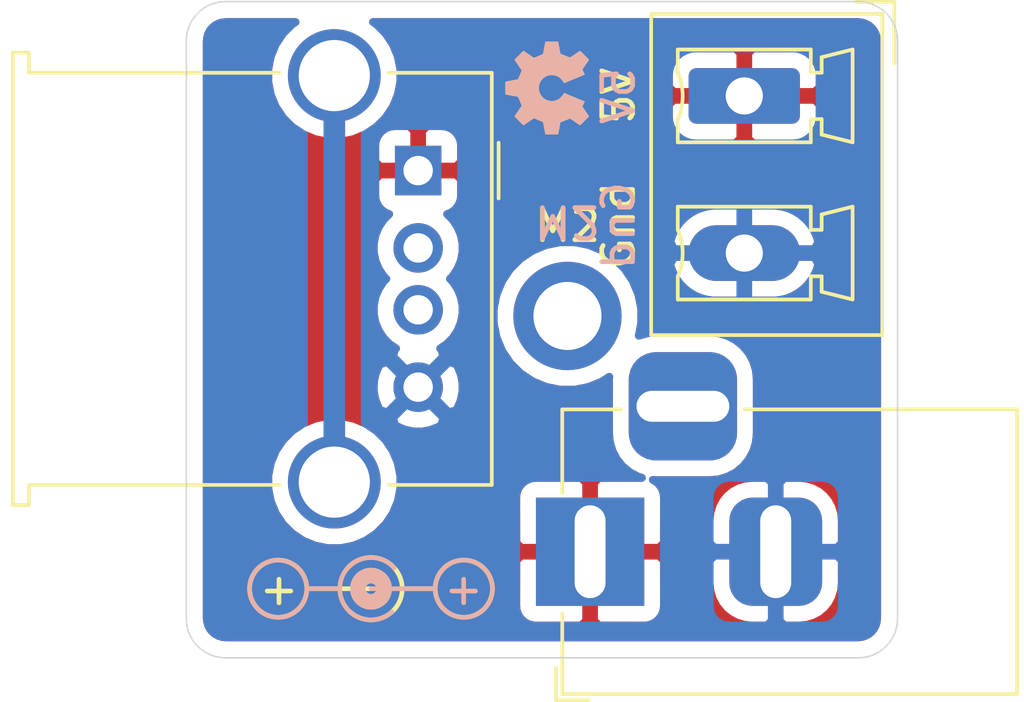
<source format=kicad_pcb>
(kicad_pcb (version 20171130) (host pcbnew 5.1.6+dfsg1-1)

  (general
    (thickness 1.6)
    (drawings 15)
    (tracks 1)
    (zones 0)
    (modules 8)
    (nets 7)
  )

  (page A4)
  (layers
    (0 F.Cu signal)
    (31 B.Cu signal)
    (32 B.Adhes user)
    (33 F.Adhes user)
    (34 B.Paste user)
    (35 F.Paste user)
    (36 B.SilkS user)
    (37 F.SilkS user)
    (38 B.Mask user)
    (39 F.Mask user)
    (40 Dwgs.User user)
    (41 Cmts.User user)
    (42 Eco1.User user)
    (43 Eco2.User user)
    (44 Edge.Cuts user)
    (45 Margin user)
    (46 B.CrtYd user)
    (47 F.CrtYd user)
    (48 B.Fab user hide)
    (49 F.Fab user hide)
  )

  (setup
    (last_trace_width 0.7)
    (user_trace_width 0.5)
    (user_trace_width 0.7)
    (trace_clearance 0.2)
    (zone_clearance 0.508)
    (zone_45_only no)
    (trace_min 0.2)
    (via_size 0.8)
    (via_drill 0.4)
    (via_min_size 0.4)
    (via_min_drill 0.3)
    (uvia_size 0.3)
    (uvia_drill 0.1)
    (uvias_allowed no)
    (uvia_min_size 0.2)
    (uvia_min_drill 0.1)
    (edge_width 0.05)
    (segment_width 0.2)
    (pcb_text_width 0.3)
    (pcb_text_size 1.5 1.5)
    (mod_edge_width 0.12)
    (mod_text_size 1 1)
    (mod_text_width 0.15)
    (pad_size 1.524 1.524)
    (pad_drill 0.762)
    (pad_to_mask_clearance 0.05)
    (aux_axis_origin 0 0)
    (visible_elements FFFFFF7F)
    (pcbplotparams
      (layerselection 0x010fc_ffffffff)
      (usegerberextensions false)
      (usegerberattributes true)
      (usegerberadvancedattributes true)
      (creategerberjobfile true)
      (excludeedgelayer true)
      (linewidth 0.100000)
      (plotframeref false)
      (viasonmask false)
      (mode 1)
      (useauxorigin false)
      (hpglpennumber 1)
      (hpglpenspeed 20)
      (hpglpendiameter 15.000000)
      (psnegative false)
      (psa4output false)
      (plotreference true)
      (plotvalue true)
      (plotinvisibletext false)
      (padsonsilk false)
      (subtractmaskfromsilk false)
      (outputformat 1)
      (mirror false)
      (drillshape 1)
      (scaleselection 1)
      (outputdirectory ""))
  )

  (net 0 "")
  (net 1 "Net-(J1-Pad4)")
  (net 2 "Net-(J1-Pad3)")
  (net 3 "Net-(J1-Pad2)")
  (net 4 "Net-(J1-Pad1)")
  (net 5 "Net-(J1-Pad5)")
  (net 6 "Net-(J3-Pad3)")

  (net_class Default "This is the default net class."
    (clearance 0.2)
    (trace_width 0.25)
    (via_dia 0.8)
    (via_drill 0.4)
    (uvia_dia 0.3)
    (uvia_drill 0.1)
    (add_net "Net-(J1-Pad1)")
    (add_net "Net-(J1-Pad2)")
    (add_net "Net-(J1-Pad3)")
    (add_net "Net-(J1-Pad4)")
    (add_net "Net-(J1-Pad5)")
    (add_net "Net-(J3-Pad3)")
  )

  (module MountingHole:MountingHole_2.2mm_M2_ISO7380_Pad (layer F.Cu) (tedit 56D1B4CB) (tstamp 5F586159)
    (at 112.649 85.979)
    (descr "Mounting Hole 2.2mm, M2, ISO7380")
    (tags "mounting hole 2.2mm m2 iso7380")
    (attr virtual)
    (fp_text reference M2 (at 0 -2.921 180) (layer F.SilkS)
      (effects (font (size 1 1) (thickness 0.15)))
    )
    (fp_text value MountingHole_2.2mm_M2_ISO7380_Pad (at 0 2.75) (layer F.Fab)
      (effects (font (size 1 1) (thickness 0.15)))
    )
    (fp_circle (center 0 0) (end 2 0) (layer F.CrtYd) (width 0.05))
    (fp_circle (center 0 0) (end 1.75 0) (layer Cmts.User) (width 0.15))
    (fp_text user %R (at 0.3 0) (layer F.Fab)
      (effects (font (size 1 1) (thickness 0.15)))
    )
    (pad 1 thru_hole circle (at 0 0) (size 3.5 3.5) (drill 2.2) (layers *.Cu *.Mask))
  )

  (module KiCAD:oshw3mm (layer B.Cu) (tedit 0) (tstamp 5F585DFB)
    (at 112.141 78.613 270)
    (fp_text reference "" (at 0 0 90) (layer B.SilkS)
      (effects (font (size 1.524 1.524) (thickness 0.15)) (justify mirror))
    )
    (fp_text value "" (at 0 0 90) (layer B.SilkS)
      (effects (font (size 1.524 1.524) (thickness 0.15)) (justify mirror))
    )
    (fp_poly (pts (xy 1.483732 0.20925) (xy 1.115386 0.27775) (xy 1.093584 0.29655) (xy 0.980677 0.55996)
      (xy 0.982467 0.58846) (xy 1.197079 0.90126) (xy 1.194729 0.92666) (xy 0.926677 1.19471)
      (xy 0.901245 1.19671) (xy 0.582956 0.97829) (xy 0.554342 0.97629) (xy 0.298994 1.08082)
      (xy 0.280172 1.10242) (xy 0.209254 1.48341) (xy 0.189603 1.49971) (xy -0.18952 1.49971)
      (xy -0.20915 1.48341) (xy -0.28005 1.10242) (xy -0.29887 1.08082) (xy -0.554241 0.97629)
      (xy -0.582851 0.97829) (xy -0.901117 1.19671) (xy -0.926577 1.19471) (xy -1.194652 0.92666)
      (xy -1.197052 0.90126) (xy -0.982417 0.58846) (xy -0.980617 0.55996) (xy -1.093548 0.29655)
      (xy -1.115348 0.27775) (xy -1.48367 0.20925) (xy -1.5 0.18955) (xy -1.499978 -0.18955)
      (xy -1.483648 -0.20925) (xy -1.124355 -0.27615) (xy -1.103025 -0.29505) (xy -0.990856 -0.57525)
      (xy -0.992956 -0.60385) (xy -1.197038 -0.90126) (xy -1.194638 -0.92676) (xy -0.926541 -1.19481)
      (xy -0.901091 -1.19681) (xy -0.608952 -0.9963) (xy -0.580942 -0.99533) (xy -0.452103 -1.06413)
      (xy -0.430933 -1.05613) (xy -0.165278 -0.41424) (xy -0.173078 -0.39024) (xy -0.205318 -0.37054)
      (xy -0.225708 -0.35494) (xy -0.256431 -0.333267) (xy -0.285041 -0.308998) (xy -0.311368 -0.282303)
      (xy -0.335239 -0.253351) (xy -0.356484 -0.222313) (xy -0.37493 -0.189359) (xy -0.390407 -0.154657)
      (xy -0.402743 -0.118379) (xy -0.411766 -0.080693) (xy -0.417306 -0.04177) (xy -0.419191 -0.00178)
      (xy -0.416731 0.043903) (xy -0.40952 0.08816) (xy -0.397815 0.130737) (xy -0.381872 0.171378)
      (xy -0.361947 0.209826) (xy -0.338294 0.245826) (xy -0.311171 0.279122) (xy -0.280833 0.309459)
      (xy -0.247535 0.33658) (xy -0.211535 0.360231) (xy -0.173087 0.380155) (xy -0.132447 0.396097)
      (xy -0.089872 0.4078) (xy -0.045616 0.41501) (xy 0.000063 0.41747) (xy 0.045742 0.41501)
      (xy 0.089996 0.4078) (xy 0.13257 0.396097) (xy 0.173208 0.380155) (xy 0.211654 0.360231)
      (xy 0.247653 0.33658) (xy 0.280948 0.309459) (xy 0.311284 0.279122) (xy 0.338405 0.245826)
      (xy 0.362055 0.209826) (xy 0.381979 0.171378) (xy 0.397921 0.130737) (xy 0.409624 0.08816)
      (xy 0.416834 0.043903) (xy 0.419294 -0.00178) (xy 0.41741 -0.04177) (xy 0.411871 -0.080694)
      (xy 0.402849 -0.11838) (xy 0.390515 -0.15466) (xy 0.37504 -0.189362) (xy 0.356595 -0.222317)
      (xy 0.335352 -0.253356) (xy 0.31148 -0.282307) (xy 0.285152 -0.309002) (xy 0.256539 -0.333269)
      (xy 0.225811 -0.35494) (xy 0.205466 -0.37054) (xy 0.173223 -0.39024) (xy 0.165423 -0.41424)
      (xy 0.431056 -1.05615) (xy 0.45223 -1.06415) (xy 0.581069 -0.99535) (xy 0.609078 -0.99632)
      (xy 0.90124 -1.19684) (xy 0.926672 -1.19484) (xy 1.194769 -0.92679) (xy 1.197119 -0.90129)
      (xy 0.993016 -0.60389) (xy 0.990906 -0.57529) (xy 1.103074 -0.2951) (xy 1.124383 -0.2762)
      (xy 1.483676 -0.2093) (xy 1.50001 -0.1896) (xy 1.500055 0.1895) (xy 1.483765 0.2092)
      (xy 1.483732 0.20925)) (layer B.SilkS) (width 0.000001))
  )

  (module KiCAD:oshw3mm (layer F.Cu) (tedit 0) (tstamp 5F585DF6)
    (at 112.141 78.613 90)
    (fp_text reference "" (at 0 0 90) (layer F.SilkS)
      (effects (font (size 1.524 1.524) (thickness 0.15)))
    )
    (fp_text value "" (at 0 0 90) (layer F.SilkS)
      (effects (font (size 1.524 1.524) (thickness 0.15)))
    )
    (fp_poly (pts (xy 1.483732 -0.20925) (xy 1.115386 -0.27775) (xy 1.093584 -0.29655) (xy 0.980677 -0.55996)
      (xy 0.982467 -0.58846) (xy 1.197079 -0.90126) (xy 1.194729 -0.92666) (xy 0.926677 -1.19471)
      (xy 0.901245 -1.19671) (xy 0.582956 -0.97829) (xy 0.554342 -0.97629) (xy 0.298994 -1.08082)
      (xy 0.280172 -1.10242) (xy 0.209254 -1.48341) (xy 0.189603 -1.49971) (xy -0.18952 -1.49971)
      (xy -0.20915 -1.48341) (xy -0.28005 -1.10242) (xy -0.29887 -1.08082) (xy -0.554241 -0.97629)
      (xy -0.582851 -0.97829) (xy -0.901117 -1.19671) (xy -0.926577 -1.19471) (xy -1.194652 -0.92666)
      (xy -1.197052 -0.90126) (xy -0.982417 -0.58846) (xy -0.980617 -0.55996) (xy -1.093548 -0.29655)
      (xy -1.115348 -0.27775) (xy -1.48367 -0.20925) (xy -1.5 -0.18955) (xy -1.499978 0.18955)
      (xy -1.483648 0.20925) (xy -1.124355 0.27615) (xy -1.103025 0.29505) (xy -0.990856 0.57525)
      (xy -0.992956 0.60385) (xy -1.197038 0.90126) (xy -1.194638 0.92676) (xy -0.926541 1.19481)
      (xy -0.901091 1.19681) (xy -0.608952 0.9963) (xy -0.580942 0.99533) (xy -0.452103 1.06413)
      (xy -0.430933 1.05613) (xy -0.165278 0.41424) (xy -0.173078 0.39024) (xy -0.205318 0.37054)
      (xy -0.225708 0.35494) (xy -0.256431 0.333267) (xy -0.285041 0.308998) (xy -0.311368 0.282303)
      (xy -0.335239 0.253351) (xy -0.356484 0.222313) (xy -0.37493 0.189359) (xy -0.390407 0.154657)
      (xy -0.402743 0.118379) (xy -0.411766 0.080693) (xy -0.417306 0.04177) (xy -0.419191 0.00178)
      (xy -0.416731 -0.043903) (xy -0.40952 -0.08816) (xy -0.397815 -0.130737) (xy -0.381872 -0.171378)
      (xy -0.361947 -0.209826) (xy -0.338294 -0.245826) (xy -0.311171 -0.279122) (xy -0.280833 -0.309459)
      (xy -0.247535 -0.33658) (xy -0.211535 -0.360231) (xy -0.173087 -0.380155) (xy -0.132447 -0.396097)
      (xy -0.089872 -0.4078) (xy -0.045616 -0.41501) (xy 0.000063 -0.41747) (xy 0.045742 -0.41501)
      (xy 0.089996 -0.4078) (xy 0.13257 -0.396097) (xy 0.173208 -0.380155) (xy 0.211654 -0.360231)
      (xy 0.247653 -0.33658) (xy 0.280948 -0.309459) (xy 0.311284 -0.279122) (xy 0.338405 -0.245826)
      (xy 0.362055 -0.209826) (xy 0.381979 -0.171378) (xy 0.397921 -0.130737) (xy 0.409624 -0.08816)
      (xy 0.416834 -0.043903) (xy 0.419294 0.00178) (xy 0.41741 0.04177) (xy 0.411871 0.080694)
      (xy 0.402849 0.11838) (xy 0.390515 0.15466) (xy 0.37504 0.189362) (xy 0.356595 0.222317)
      (xy 0.335352 0.253356) (xy 0.31148 0.282307) (xy 0.285152 0.309002) (xy 0.256539 0.333269)
      (xy 0.225811 0.35494) (xy 0.205466 0.37054) (xy 0.173223 0.39024) (xy 0.165423 0.41424)
      (xy 0.431056 1.05615) (xy 0.45223 1.06415) (xy 0.581069 0.99535) (xy 0.609078 0.99632)
      (xy 0.90124 1.19684) (xy 0.926672 1.19484) (xy 1.194769 0.92679) (xy 1.197119 0.90129)
      (xy 0.993016 0.60389) (xy 0.990906 0.57529) (xy 1.103074 0.2951) (xy 1.124383 0.2762)
      (xy 1.483676 0.2093) (xy 1.50001 0.1896) (xy 1.500055 -0.1895) (xy 1.483765 -0.2092)
      (xy 1.483732 -0.20925)) (layer F.SilkS) (width 0.000001))
  )

  (module Symbol:Symbol_Barrel_Polarity (layer B.Cu) (tedit 5765E9A7) (tstamp 5F585C03)
    (at 106.299 94.869)
    (descr "Barrel connector polarity indicator")
    (tags "barrel polarity")
    (attr virtual)
    (fp_text reference REF** (at 0 2 180) (layer B.SilkS) hide
      (effects (font (size 1 1) (thickness 0.15)) (justify mirror))
    )
    (fp_text value Symbol_Barrel_Polarity (at 0 -2 180) (layer B.Fab)
      (effects (font (size 1 1) (thickness 0.15)) (justify mirror))
    )
    (fp_circle (center 0 -0.075) (end 0 -0.25) (layer B.SilkS) (width 0.5))
    (fp_circle (center 3 -0.075) (end 3 -1) (layer B.SilkS) (width 0.15))
    (fp_circle (center -3 -0.075) (end -3 -1) (layer B.SilkS) (width 0.15))
    (fp_line (start -2 -0.075) (end -1.1 -0.075) (layer B.SilkS) (width 0.15))
    (fp_line (start 0 -0.075) (end 2 -0.075) (layer B.SilkS) (width 0.15))
    (fp_arc (start 0 -0.075) (end 0.75 -0.75) (angle -270) (layer B.SilkS) (width 0.15))
  )

  (module Symbol:Symbol_Barrel_Polarity (layer F.Cu) (tedit 5765E9A7) (tstamp 5F585BF6)
    (at 106.299 94.869 180)
    (descr "Barrel connector polarity indicator")
    (tags "barrel polarity")
    (attr virtual)
    (fp_text reference REF** (at 0 -2) (layer F.SilkS) hide
      (effects (font (size 1 1) (thickness 0.15)))
    )
    (fp_text value Symbol_Barrel_Polarity (at 0 2) (layer F.Fab)
      (effects (font (size 1 1) (thickness 0.15)))
    )
    (fp_arc (start 0 0.075) (end 0.75 0.75) (angle 270) (layer F.SilkS) (width 0.15))
    (fp_line (start 0 0.075) (end 2 0.075) (layer F.SilkS) (width 0.15))
    (fp_line (start -2 0.075) (end -1.1 0.075) (layer F.SilkS) (width 0.15))
    (fp_circle (center -3 0.075) (end -3 1) (layer F.SilkS) (width 0.15))
    (fp_circle (center 3 0.075) (end 3 1) (layer F.SilkS) (width 0.15))
    (fp_circle (center 0 0.075) (end 0 0.25) (layer F.SilkS) (width 0.5))
  )

  (module Connector_BarrelJack:BarrelJack_Horizontal (layer F.Cu) (tedit 5A1DBF6A) (tstamp 5F5852B4)
    (at 113.38 93.599 180)
    (descr "DC Barrel Jack")
    (tags "Power Jack")
    (path /5F59B0AD)
    (fp_text reference J3 (at -6.223 5.588) (layer F.SilkS) hide
      (effects (font (size 1 1) (thickness 0.15)))
    )
    (fp_text value Conn_01x03 (at -6.2 -5.5) (layer F.Fab)
      (effects (font (size 1 1) (thickness 0.15)))
    )
    (fp_text user %R (at -3 -2.95) (layer F.Fab)
      (effects (font (size 1 1) (thickness 0.15)))
    )
    (fp_line (start -0.003213 -4.505425) (end 0.8 -3.75) (layer F.Fab) (width 0.1))
    (fp_line (start 1.1 -3.75) (end 1.1 -4.8) (layer F.SilkS) (width 0.12))
    (fp_line (start 0.05 -4.8) (end 1.1 -4.8) (layer F.SilkS) (width 0.12))
    (fp_line (start 1 -4.5) (end 1 -4.75) (layer F.CrtYd) (width 0.05))
    (fp_line (start 1 -4.75) (end -14 -4.75) (layer F.CrtYd) (width 0.05))
    (fp_line (start 1 -4.5) (end 1 -2) (layer F.CrtYd) (width 0.05))
    (fp_line (start 1 -2) (end 2 -2) (layer F.CrtYd) (width 0.05))
    (fp_line (start 2 -2) (end 2 2) (layer F.CrtYd) (width 0.05))
    (fp_line (start 2 2) (end 1 2) (layer F.CrtYd) (width 0.05))
    (fp_line (start 1 2) (end 1 4.75) (layer F.CrtYd) (width 0.05))
    (fp_line (start 1 4.75) (end -1 4.75) (layer F.CrtYd) (width 0.05))
    (fp_line (start -1 4.75) (end -1 6.75) (layer F.CrtYd) (width 0.05))
    (fp_line (start -1 6.75) (end -5 6.75) (layer F.CrtYd) (width 0.05))
    (fp_line (start -5 6.75) (end -5 4.75) (layer F.CrtYd) (width 0.05))
    (fp_line (start -5 4.75) (end -14 4.75) (layer F.CrtYd) (width 0.05))
    (fp_line (start -14 4.75) (end -14 -4.75) (layer F.CrtYd) (width 0.05))
    (fp_line (start -5 4.6) (end -13.8 4.6) (layer F.SilkS) (width 0.12))
    (fp_line (start -13.8 4.6) (end -13.8 -4.6) (layer F.SilkS) (width 0.12))
    (fp_line (start 0.9 1.9) (end 0.9 4.6) (layer F.SilkS) (width 0.12))
    (fp_line (start 0.9 4.6) (end -1 4.6) (layer F.SilkS) (width 0.12))
    (fp_line (start -13.8 -4.6) (end 0.9 -4.6) (layer F.SilkS) (width 0.12))
    (fp_line (start 0.9 -4.6) (end 0.9 -2) (layer F.SilkS) (width 0.12))
    (fp_line (start -10.2 -4.5) (end -10.2 4.5) (layer F.Fab) (width 0.1))
    (fp_line (start -13.7 -4.5) (end -13.7 4.5) (layer F.Fab) (width 0.1))
    (fp_line (start -13.7 4.5) (end 0.8 4.5) (layer F.Fab) (width 0.1))
    (fp_line (start 0.8 4.5) (end 0.8 -3.75) (layer F.Fab) (width 0.1))
    (fp_line (start 0 -4.5) (end -13.7 -4.5) (layer F.Fab) (width 0.1))
    (pad 3 thru_hole roundrect (at -3 4.7 180) (size 3.5 3.5) (drill oval 3 1) (layers *.Cu *.Mask) (roundrect_rratio 0.25)
      (net 6 "Net-(J3-Pad3)"))
    (pad 2 thru_hole roundrect (at -6 0 180) (size 3 3.5) (drill oval 1 3) (layers *.Cu *.Mask) (roundrect_rratio 0.25)
      (net 1 "Net-(J1-Pad4)"))
    (pad 1 thru_hole rect (at 0 0 180) (size 3.5 3.5) (drill oval 1 3) (layers *.Cu *.Mask)
      (net 4 "Net-(J1-Pad1)"))
    (model ${KISYS3DMOD}/Connector_BarrelJack.3dshapes/BarrelJack_Horizontal.wrl
      (at (xyz 0 0 0))
      (scale (xyz 1 1 1))
      (rotate (xyz 0 0 0))
    )
  )

  (module Connector_Phoenix_MC_HighVoltage:PhoenixContact_MCV_1,5_2-G-5.08_1x02_P5.08mm_Vertical (layer F.Cu) (tedit 5B784ED3) (tstamp 5F585291)
    (at 118.364 78.867 270)
    (descr "Generic Phoenix Contact connector footprint for: MCV_1,5/2-G-5.08; number of pins: 02; pin pitch: 5.08mm; Vertical || order number: 1836299 8A 320V")
    (tags "phoenix_contact connector MCV_01x02_G_5.08mm")
    (path /5F59A2B2)
    (fp_text reference J2 (at 2.54 -5.55 90) (layer F.SilkS) hide
      (effects (font (size 1 1) (thickness 0.15)))
    )
    (fp_text value Conn_01x02 (at 2.54 4.1 90) (layer F.Fab)
      (effects (font (size 1 1) (thickness 0.15)))
    )
    (fp_text user %R (at 2.54 -3.65 90) (layer F.Fab)
      (effects (font (size 1 1) (thickness 0.15)))
    )
    (fp_arc (start 5.08 3.85) (end 4.33 2.15) (angle 47.6) (layer F.SilkS) (width 0.12))
    (fp_arc (start 0 3.85) (end -0.75 2.15) (angle 47.6) (layer F.SilkS) (width 0.12))
    (fp_line (start -2.65 -4.46) (end -2.65 3.01) (layer F.SilkS) (width 0.12))
    (fp_line (start -2.65 3.01) (end 7.73 3.01) (layer F.SilkS) (width 0.12))
    (fp_line (start 7.73 3.01) (end 7.73 -4.46) (layer F.SilkS) (width 0.12))
    (fp_line (start 7.73 -4.46) (end -2.65 -4.46) (layer F.SilkS) (width 0.12))
    (fp_line (start -2.54 -4.35) (end -2.54 2.9) (layer F.Fab) (width 0.1))
    (fp_line (start -2.54 2.9) (end 7.62 2.9) (layer F.Fab) (width 0.1))
    (fp_line (start 7.62 2.9) (end 7.62 -4.35) (layer F.Fab) (width 0.1))
    (fp_line (start 7.62 -4.35) (end -2.54 -4.35) (layer F.Fab) (width 0.1))
    (fp_line (start -0.75 2.15) (end -1.5 2.15) (layer F.SilkS) (width 0.12))
    (fp_line (start -1.5 2.15) (end -1.5 -2.15) (layer F.SilkS) (width 0.12))
    (fp_line (start -1.5 -2.15) (end -0.75 -2.15) (layer F.SilkS) (width 0.12))
    (fp_line (start -0.75 -2.15) (end -0.75 -2.5) (layer F.SilkS) (width 0.12))
    (fp_line (start -0.75 -2.5) (end -1.25 -2.5) (layer F.SilkS) (width 0.12))
    (fp_line (start -1.25 -2.5) (end -1.5 -3.5) (layer F.SilkS) (width 0.12))
    (fp_line (start -1.5 -3.5) (end 1.5 -3.5) (layer F.SilkS) (width 0.12))
    (fp_line (start 1.5 -3.5) (end 1.25 -2.5) (layer F.SilkS) (width 0.12))
    (fp_line (start 1.25 -2.5) (end 0.75 -2.5) (layer F.SilkS) (width 0.12))
    (fp_line (start 0.75 -2.5) (end 0.75 -2.15) (layer F.SilkS) (width 0.12))
    (fp_line (start 0.75 -2.15) (end 1.5 -2.15) (layer F.SilkS) (width 0.12))
    (fp_line (start 1.5 -2.15) (end 1.5 2.15) (layer F.SilkS) (width 0.12))
    (fp_line (start 1.5 2.15) (end 0.75 2.15) (layer F.SilkS) (width 0.12))
    (fp_line (start 4.33 2.15) (end 3.58 2.15) (layer F.SilkS) (width 0.12))
    (fp_line (start 3.58 2.15) (end 3.58 -2.15) (layer F.SilkS) (width 0.12))
    (fp_line (start 3.58 -2.15) (end 4.33 -2.15) (layer F.SilkS) (width 0.12))
    (fp_line (start 4.33 -2.15) (end 4.33 -2.5) (layer F.SilkS) (width 0.12))
    (fp_line (start 4.33 -2.5) (end 3.83 -2.5) (layer F.SilkS) (width 0.12))
    (fp_line (start 3.83 -2.5) (end 3.58 -3.5) (layer F.SilkS) (width 0.12))
    (fp_line (start 3.58 -3.5) (end 6.58 -3.5) (layer F.SilkS) (width 0.12))
    (fp_line (start 6.58 -3.5) (end 6.33 -2.5) (layer F.SilkS) (width 0.12))
    (fp_line (start 6.33 -2.5) (end 5.83 -2.5) (layer F.SilkS) (width 0.12))
    (fp_line (start 5.83 -2.5) (end 5.83 -2.15) (layer F.SilkS) (width 0.12))
    (fp_line (start 5.83 -2.15) (end 6.58 -2.15) (layer F.SilkS) (width 0.12))
    (fp_line (start 6.58 -2.15) (end 6.58 2.15) (layer F.SilkS) (width 0.12))
    (fp_line (start 6.58 2.15) (end 5.83 2.15) (layer F.SilkS) (width 0.12))
    (fp_line (start -3.04 -4.85) (end -3.04 3.4) (layer F.CrtYd) (width 0.05))
    (fp_line (start -3.04 3.4) (end 8.12 3.4) (layer F.CrtYd) (width 0.05))
    (fp_line (start 8.12 3.4) (end 8.12 -4.85) (layer F.CrtYd) (width 0.05))
    (fp_line (start 8.12 -4.85) (end -3.04 -4.85) (layer F.CrtYd) (width 0.05))
    (fp_line (start -3.04 -3.6) (end -3.04 -4.85) (layer F.SilkS) (width 0.12))
    (fp_line (start -3.04 -4.85) (end -1.04 -4.85) (layer F.SilkS) (width 0.12))
    (fp_line (start -3.04 -3.6) (end -3.04 -4.85) (layer F.Fab) (width 0.1))
    (fp_line (start -3.04 -4.85) (end -1.04 -4.85) (layer F.Fab) (width 0.1))
    (pad 2 thru_hole oval (at 5.08 0 270) (size 1.8 3.6) (drill 1.2) (layers *.Cu *.Mask)
      (net 1 "Net-(J1-Pad4)"))
    (pad 1 thru_hole roundrect (at 0 0 270) (size 1.8 3.6) (drill 1.2) (layers *.Cu *.Mask) (roundrect_rratio 0.138889)
      (net 4 "Net-(J1-Pad1)"))
    (model ${KISYS3DMOD}/Connector_Phoenix_MC_HighVoltage.3dshapes/PhoenixContact_MCV_1,5_2-G-5.08_1x02_P5.08mm_Vertical.wrl
      (at (xyz 0 0 0))
      (scale (xyz 1 1 1))
      (rotate (xyz 0 0 0))
    )
  )

  (module Connector_USB:USB_A_Molex_67643_Horizontal (layer F.Cu) (tedit 5EA03975) (tstamp 5F58525E)
    (at 107.823 81.28 270)
    (descr "USB type A, Horizontal, https://www.molex.com/pdm_docs/sd/676433910_sd.pdf")
    (tags "USB_A Female Connector receptacle")
    (path /5F598CEF)
    (fp_text reference J1 (at 11.557 0 180) (layer F.SilkS) hide
      (effects (font (size 1 1) (thickness 0.15)))
    )
    (fp_text value USB_A (at 3.5 14.5 90) (layer F.Fab)
      (effects (font (size 1 1) (thickness 0.15)))
    )
    (fp_arc (start 10.07 2.71) (end 10.55 4.66) (angle -152.3426981) (layer F.CrtYd) (width 0.05))
    (fp_arc (start -3.07 2.71) (end -3.55 0.76) (angle -152.3426981) (layer F.CrtYd) (width 0.05))
    (fp_text user %R (at 3.5 3.7 90) (layer F.Fab)
      (effects (font (size 1 1) (thickness 0.15)))
    )
    (fp_line (start -3.05 -2.27) (end 10.05 -2.27) (layer F.Fab) (width 0.1))
    (fp_line (start 10.05 -2.27) (end 10.05 12.69) (layer F.Fab) (width 0.1))
    (fp_line (start -3.16 12.58) (end -3.16 4.47) (layer F.SilkS) (width 0.12))
    (fp_line (start -3.16 12.58) (end -3.81 12.58) (layer F.SilkS) (width 0.12))
    (fp_line (start -3.7 12.69) (end -3.7 12.99) (layer F.Fab) (width 0.1))
    (fp_line (start -3.7 12.99) (end 10.7 12.99) (layer F.Fab) (width 0.1))
    (fp_line (start 10.7 12.99) (end 10.7 12.69) (layer F.Fab) (width 0.1))
    (fp_line (start 10.7 12.69) (end 10.05 12.69) (layer F.Fab) (width 0.1))
    (fp_line (start -3.05 9.27) (end 10.05 9.27) (layer F.Fab) (width 0.1))
    (fp_line (start -3.55 -2.77) (end 10.55 -2.77) (layer F.CrtYd) (width 0.05))
    (fp_line (start 10.55 -2.77) (end 10.55 0.76) (layer F.CrtYd) (width 0.05))
    (fp_line (start -3.55 -2.77) (end -3.55 0.76) (layer F.CrtYd) (width 0.05))
    (fp_line (start -4.2 13.49) (end 11.2 13.49) (layer F.CrtYd) (width 0.05))
    (fp_line (start 11.2 13.49) (end 11.2 12.19) (layer F.CrtYd) (width 0.05))
    (fp_line (start 11.2 12.19) (end 10.55 12.19) (layer F.CrtYd) (width 0.05))
    (fp_line (start 10.55 12.19) (end 10.55 4.66) (layer F.CrtYd) (width 0.05))
    (fp_line (start -4.2 13.49) (end -4.2 12.19) (layer F.CrtYd) (width 0.05))
    (fp_line (start -4.2 12.19) (end -3.55 12.19) (layer F.CrtYd) (width 0.05))
    (fp_line (start -3.55 12.19) (end -3.55 4.66) (layer F.CrtYd) (width 0.05))
    (fp_line (start -3.16 -2.38) (end 10.16 -2.38) (layer F.SilkS) (width 0.12))
    (fp_line (start -3.16 -2.38) (end -3.16 0.95) (layer F.SilkS) (width 0.12))
    (fp_line (start 10.16 -2.38) (end 10.16 0.95) (layer F.SilkS) (width 0.12))
    (fp_line (start -3.05 12.69) (end -3.05 -2.27) (layer F.Fab) (width 0.1))
    (fp_line (start 10.81 13.1) (end 10.81 12.58) (layer F.SilkS) (width 0.12))
    (fp_line (start -3.81 13.1) (end 10.81 13.1) (layer F.SilkS) (width 0.12))
    (fp_line (start 10.16 4.47) (end 10.16 12.58) (layer F.SilkS) (width 0.12))
    (fp_line (start -3.81 12.58) (end -3.81 13.1) (layer F.SilkS) (width 0.12))
    (fp_line (start 10.81 12.58) (end 10.16 12.58) (layer F.SilkS) (width 0.12))
    (fp_line (start -3.05 12.69) (end -3.7 12.69) (layer F.Fab) (width 0.1))
    (fp_line (start -0.9 -2.6) (end 0.9 -2.6) (layer F.SilkS) (width 0.12))
    (fp_line (start -1 -2.27) (end 0 -1.27) (layer F.Fab) (width 0.1))
    (fp_line (start 0 -1.27) (end 1 -2.27) (layer F.Fab) (width 0.1))
    (pad 4 thru_hole circle (at 7 0 270) (size 1.6 1.6) (drill 0.95) (layers *.Cu *.Mask)
      (net 1 "Net-(J1-Pad4)"))
    (pad 3 thru_hole circle (at 4.5 0 270) (size 1.6 1.6) (drill 0.95) (layers *.Cu *.Mask)
      (net 2 "Net-(J1-Pad3)"))
    (pad 2 thru_hole circle (at 2.5 0 270) (size 1.6 1.6) (drill 0.95) (layers *.Cu *.Mask)
      (net 3 "Net-(J1-Pad2)"))
    (pad 1 thru_hole rect (at 0 0 270) (size 1.6 1.5) (drill 0.95) (layers *.Cu *.Mask)
      (net 4 "Net-(J1-Pad1)"))
    (pad 5 thru_hole circle (at 10.07 2.71 270) (size 3 3) (drill 2.3) (layers *.Cu *.Mask)
      (net 5 "Net-(J1-Pad5)"))
    (pad 5 thru_hole circle (at -3.07 2.71 270) (size 3 3) (drill 2.3) (layers *.Cu *.Mask)
      (net 5 "Net-(J1-Pad5)"))
    (model ${KISYS3DMOD}/Connector_USB.3dshapes/USB_A_Molex_67643_Horizontal.wrl
      (at (xyz 0 0 0))
      (scale (xyz 1 1 1))
      (rotate (xyz 0 0 0))
    )
  )

  (gr_text "M2\n" (at 112.649 82.931 180) (layer B.SilkS)
    (effects (font (size 1 1) (thickness 0.15)) (justify mirror))
  )
  (gr_text + (at 103.251 94.869 90) (layer F.SilkS) (tstamp 5F585C21)
    (effects (font (size 1 1) (thickness 0.15)))
  )
  (gr_text + (at 109.22 94.869 90) (layer B.SilkS)
    (effects (font (size 1 1) (thickness 0.15)) (justify mirror))
  )
  (gr_text "5V\n" (at 114.3 78.867 90) (layer B.SilkS) (tstamp 5F585894)
    (effects (font (size 1 1) (thickness 0.15)) (justify mirror))
  )
  (gr_text Gnd (at 114.3 83.058 90) (layer F.SilkS) (tstamp 5F585890)
    (effects (font (size 1 1) (thickness 0.15)))
  )
  (gr_text Gnd (at 114.3 83.058 90) (layer B.SilkS)
    (effects (font (size 1 1) (thickness 0.15)) (justify mirror))
  )
  (gr_text "5V\n" (at 114.3 78.867 90) (layer F.SilkS)
    (effects (font (size 1 1) (thickness 0.15)))
  )
  (gr_arc (start 101.6 95.758) (end 100.33 95.758) (angle -90) (layer Edge.Cuts) (width 0.05) (tstamp 5F58583E))
  (gr_arc (start 122.047 77.089) (end 123.317 77.089) (angle -90) (layer Edge.Cuts) (width 0.05) (tstamp 5F585832))
  (gr_arc (start 122.047 95.758) (end 122.047 97.028) (angle -90) (layer Edge.Cuts) (width 0.05) (tstamp 5F58582E))
  (gr_arc (start 101.6 77.089) (end 101.6 75.819) (angle -90) (layer Edge.Cuts) (width 0.05))
  (gr_line (start 100.33 95.758) (end 100.33 77.089) (layer Edge.Cuts) (width 0.05) (tstamp 5F585829))
  (gr_line (start 122.047 97.028) (end 101.6 97.028) (layer Edge.Cuts) (width 0.05))
  (gr_line (start 123.317 77.089) (end 123.317 95.758) (layer Edge.Cuts) (width 0.05))
  (gr_line (start 101.6 75.819) (end 122.047 75.819) (layer Edge.Cuts) (width 0.05))

  (segment (start 105.113 78.21) (end 105.113 91.35) (width 0.7) (layer B.Cu) (net 5))

  (zone (net 1) (net_name "Net-(J1-Pad4)") (layer B.Cu) (tstamp 0) (hatch edge 0.508)
    (connect_pads (clearance 0.508))
    (min_thickness 0.254)
    (fill yes (arc_segments 32) (thermal_gap 0.508) (thermal_bridge_width 0.508))
    (polygon
      (pts
        (xy 123.317 97.028) (xy 100.33 97.028) (xy 100.33 75.819) (xy 123.317 75.819)
      )
    )
    (filled_polygon
      (pts
        (xy 103.752017 76.551637) (xy 103.454637 76.849017) (xy 103.220988 77.198698) (xy 103.060047 77.587244) (xy 102.978 77.999721)
        (xy 102.978 78.420279) (xy 103.060047 78.832756) (xy 103.220988 79.221302) (xy 103.454637 79.570983) (xy 103.752017 79.868363)
        (xy 104.101698 80.102012) (xy 104.128 80.112907) (xy 104.128001 89.447093) (xy 104.101698 89.457988) (xy 103.752017 89.691637)
        (xy 103.454637 89.989017) (xy 103.220988 90.338698) (xy 103.060047 90.727244) (xy 102.978 91.139721) (xy 102.978 91.560279)
        (xy 103.060047 91.972756) (xy 103.220988 92.361302) (xy 103.454637 92.710983) (xy 103.752017 93.008363) (xy 104.101698 93.242012)
        (xy 104.490244 93.402953) (xy 104.902721 93.485) (xy 105.323279 93.485) (xy 105.735756 93.402953) (xy 106.124302 93.242012)
        (xy 106.473983 93.008363) (xy 106.771363 92.710983) (xy 107.005012 92.361302) (xy 107.165953 91.972756) (xy 107.248 91.560279)
        (xy 107.248 91.139721) (xy 107.165953 90.727244) (xy 107.005012 90.338698) (xy 106.771363 89.989017) (xy 106.473983 89.691637)
        (xy 106.124302 89.457988) (xy 106.098 89.447093) (xy 106.098 89.272702) (xy 107.009903 89.272702) (xy 107.081486 89.516671)
        (xy 107.336996 89.637571) (xy 107.611184 89.7063) (xy 107.893512 89.720217) (xy 108.17313 89.678787) (xy 108.439292 89.583603)
        (xy 108.564514 89.516671) (xy 108.636097 89.272702) (xy 107.823 88.459605) (xy 107.009903 89.272702) (xy 106.098 89.272702)
        (xy 106.098 88.350512) (xy 106.382783 88.350512) (xy 106.424213 88.63013) (xy 106.519397 88.896292) (xy 106.586329 89.021514)
        (xy 106.830298 89.093097) (xy 107.643395 88.28) (xy 108.002605 88.28) (xy 108.815702 89.093097) (xy 109.059671 89.021514)
        (xy 109.180571 88.766004) (xy 109.2493 88.491816) (xy 109.263217 88.209488) (xy 109.221787 87.92987) (xy 109.126603 87.663708)
        (xy 109.059671 87.538486) (xy 108.815702 87.466903) (xy 108.002605 88.28) (xy 107.643395 88.28) (xy 106.830298 87.466903)
        (xy 106.586329 87.538486) (xy 106.465429 87.793996) (xy 106.3967 88.068184) (xy 106.382783 88.350512) (xy 106.098 88.350512)
        (xy 106.098 83.638665) (xy 106.388 83.638665) (xy 106.388 83.921335) (xy 106.443147 84.198574) (xy 106.55132 84.459727)
        (xy 106.708363 84.694759) (xy 106.793604 84.78) (xy 106.708363 84.865241) (xy 106.55132 85.100273) (xy 106.443147 85.361426)
        (xy 106.388 85.638665) (xy 106.388 85.921335) (xy 106.443147 86.198574) (xy 106.55132 86.459727) (xy 106.708363 86.694759)
        (xy 106.908241 86.894637) (xy 107.108869 87.028692) (xy 107.081486 87.043329) (xy 107.009903 87.287298) (xy 107.823 88.100395)
        (xy 108.636097 87.287298) (xy 108.564514 87.043329) (xy 108.535659 87.029676) (xy 108.737759 86.894637) (xy 108.937637 86.694759)
        (xy 109.09468 86.459727) (xy 109.202853 86.198574) (xy 109.258 85.921335) (xy 109.258 85.744098) (xy 110.264 85.744098)
        (xy 110.264 86.213902) (xy 110.355654 86.674679) (xy 110.53544 87.108721) (xy 110.79645 87.499349) (xy 111.128651 87.83155)
        (xy 111.519279 88.09256) (xy 111.953321 88.272346) (xy 112.414098 88.364) (xy 112.883902 88.364) (xy 113.344679 88.272346)
        (xy 113.778721 88.09256) (xy 113.999719 87.944893) (xy 113.991928 88.024) (xy 113.991928 89.774) (xy 114.021001 90.069186)
        (xy 114.107104 90.353028) (xy 114.246927 90.614618) (xy 114.435097 90.843903) (xy 114.664382 91.032073) (xy 114.925972 91.171896)
        (xy 115.054643 91.210928) (xy 111.63 91.210928) (xy 111.505518 91.223188) (xy 111.38582 91.259498) (xy 111.275506 91.318463)
        (xy 111.178815 91.397815) (xy 111.099463 91.494506) (xy 111.040498 91.60482) (xy 111.004188 91.724518) (xy 110.991928 91.849)
        (xy 110.991928 95.349) (xy 111.004188 95.473482) (xy 111.040498 95.59318) (xy 111.099463 95.703494) (xy 111.178815 95.800185)
        (xy 111.275506 95.879537) (xy 111.38582 95.938502) (xy 111.505518 95.974812) (xy 111.63 95.987072) (xy 115.13 95.987072)
        (xy 115.254482 95.974812) (xy 115.37418 95.938502) (xy 115.484494 95.879537) (xy 115.581185 95.800185) (xy 115.660537 95.703494)
        (xy 115.719502 95.59318) (xy 115.755812 95.473482) (xy 115.768072 95.349) (xy 117.241928 95.349) (xy 117.254188 95.473482)
        (xy 117.290498 95.59318) (xy 117.349463 95.703494) (xy 117.428815 95.800185) (xy 117.525506 95.879537) (xy 117.63582 95.938502)
        (xy 117.755518 95.974812) (xy 117.88 95.987072) (xy 119.09425 95.984) (xy 119.253 95.82525) (xy 119.253 93.726)
        (xy 119.507 93.726) (xy 119.507 95.82525) (xy 119.66575 95.984) (xy 120.88 95.987072) (xy 121.004482 95.974812)
        (xy 121.12418 95.938502) (xy 121.234494 95.879537) (xy 121.331185 95.800185) (xy 121.410537 95.703494) (xy 121.469502 95.59318)
        (xy 121.505812 95.473482) (xy 121.518072 95.349) (xy 121.515 93.88475) (xy 121.35625 93.726) (xy 119.507 93.726)
        (xy 119.253 93.726) (xy 117.40375 93.726) (xy 117.245 93.88475) (xy 117.241928 95.349) (xy 115.768072 95.349)
        (xy 115.768072 91.849) (xy 117.241928 91.849) (xy 117.245 93.31325) (xy 117.40375 93.472) (xy 119.253 93.472)
        (xy 119.253 91.37275) (xy 119.507 91.37275) (xy 119.507 93.472) (xy 121.35625 93.472) (xy 121.515 93.31325)
        (xy 121.518072 91.849) (xy 121.505812 91.724518) (xy 121.469502 91.60482) (xy 121.410537 91.494506) (xy 121.331185 91.397815)
        (xy 121.234494 91.318463) (xy 121.12418 91.259498) (xy 121.004482 91.223188) (xy 120.88 91.210928) (xy 119.66575 91.214)
        (xy 119.507 91.37275) (xy 119.253 91.37275) (xy 119.09425 91.214) (xy 117.88 91.210928) (xy 117.755518 91.223188)
        (xy 117.63582 91.259498) (xy 117.525506 91.318463) (xy 117.428815 91.397815) (xy 117.349463 91.494506) (xy 117.290498 91.60482)
        (xy 117.254188 91.724518) (xy 117.241928 91.849) (xy 115.768072 91.849) (xy 115.755812 91.724518) (xy 115.719502 91.60482)
        (xy 115.660537 91.494506) (xy 115.581185 91.397815) (xy 115.484494 91.318463) (xy 115.407869 91.277506) (xy 115.505 91.287072)
        (xy 117.255 91.287072) (xy 117.550186 91.257999) (xy 117.834028 91.171896) (xy 118.095618 91.032073) (xy 118.324903 90.843903)
        (xy 118.513073 90.614618) (xy 118.652896 90.353028) (xy 118.738999 90.069186) (xy 118.768072 89.774) (xy 118.768072 88.024)
        (xy 118.738999 87.728814) (xy 118.652896 87.444972) (xy 118.513073 87.183382) (xy 118.324903 86.954097) (xy 118.095618 86.765927)
        (xy 117.834028 86.626104) (xy 117.550186 86.540001) (xy 117.255 86.510928) (xy 115.505 86.510928) (xy 115.209814 86.540001)
        (xy 114.95368 86.617699) (xy 115.034 86.213902) (xy 115.034 85.744098) (xy 114.942346 85.283321) (xy 114.76256 84.849279)
        (xy 114.50155 84.458651) (xy 114.354639 84.31174) (xy 115.972964 84.31174) (xy 115.997245 84.417087) (xy 116.117138 84.694204)
        (xy 116.28879 84.942606) (xy 116.505604 85.152748) (xy 116.759249 85.316554) (xy 117.039977 85.427729) (xy 117.337 85.482)
        (xy 118.237 85.482) (xy 118.237 84.074) (xy 118.491 84.074) (xy 118.491 85.482) (xy 119.391 85.482)
        (xy 119.688023 85.427729) (xy 119.968751 85.316554) (xy 120.222396 85.152748) (xy 120.43921 84.942606) (xy 120.610862 84.694204)
        (xy 120.730755 84.417087) (xy 120.755036 84.31174) (xy 120.634378 84.074) (xy 118.491 84.074) (xy 118.237 84.074)
        (xy 116.093622 84.074) (xy 115.972964 84.31174) (xy 114.354639 84.31174) (xy 114.169349 84.12645) (xy 113.778721 83.86544)
        (xy 113.344679 83.685654) (xy 112.883902 83.594) (xy 112.414098 83.594) (xy 111.953321 83.685654) (xy 111.519279 83.86544)
        (xy 111.128651 84.12645) (xy 110.79645 84.458651) (xy 110.53544 84.849279) (xy 110.355654 85.283321) (xy 110.264 85.744098)
        (xy 109.258 85.744098) (xy 109.258 85.638665) (xy 109.202853 85.361426) (xy 109.09468 85.100273) (xy 108.937637 84.865241)
        (xy 108.852396 84.78) (xy 108.937637 84.694759) (xy 109.09468 84.459727) (xy 109.202853 84.198574) (xy 109.258 83.921335)
        (xy 109.258 83.638665) (xy 109.246781 83.58226) (xy 115.972964 83.58226) (xy 116.093622 83.82) (xy 118.237 83.82)
        (xy 118.237 82.412) (xy 118.491 82.412) (xy 118.491 83.82) (xy 120.634378 83.82) (xy 120.755036 83.58226)
        (xy 120.730755 83.476913) (xy 120.610862 83.199796) (xy 120.43921 82.951394) (xy 120.222396 82.741252) (xy 119.968751 82.577446)
        (xy 119.688023 82.466271) (xy 119.391 82.412) (xy 118.491 82.412) (xy 118.237 82.412) (xy 117.337 82.412)
        (xy 117.039977 82.466271) (xy 116.759249 82.577446) (xy 116.505604 82.741252) (xy 116.28879 82.951394) (xy 116.117138 83.199796)
        (xy 115.997245 83.476913) (xy 115.972964 83.58226) (xy 109.246781 83.58226) (xy 109.202853 83.361426) (xy 109.09468 83.100273)
        (xy 108.937637 82.865241) (xy 108.759419 82.687023) (xy 108.81718 82.669502) (xy 108.927494 82.610537) (xy 109.024185 82.531185)
        (xy 109.103537 82.434494) (xy 109.162502 82.32418) (xy 109.198812 82.204482) (xy 109.211072 82.08) (xy 109.211072 80.48)
        (xy 109.198812 80.355518) (xy 109.162502 80.23582) (xy 109.103537 80.125506) (xy 109.024185 80.028815) (xy 108.927494 79.949463)
        (xy 108.81718 79.890498) (xy 108.697482 79.854188) (xy 108.573 79.841928) (xy 107.073 79.841928) (xy 106.948518 79.854188)
        (xy 106.82882 79.890498) (xy 106.718506 79.949463) (xy 106.621815 80.028815) (xy 106.542463 80.125506) (xy 106.483498 80.23582)
        (xy 106.447188 80.355518) (xy 106.434928 80.48) (xy 106.434928 82.08) (xy 106.447188 82.204482) (xy 106.483498 82.32418)
        (xy 106.542463 82.434494) (xy 106.621815 82.531185) (xy 106.718506 82.610537) (xy 106.82882 82.669502) (xy 106.886581 82.687023)
        (xy 106.708363 82.865241) (xy 106.55132 83.100273) (xy 106.443147 83.361426) (xy 106.388 83.638665) (xy 106.098 83.638665)
        (xy 106.098 80.112907) (xy 106.124302 80.102012) (xy 106.473983 79.868363) (xy 106.771363 79.570983) (xy 107.005012 79.221302)
        (xy 107.165953 78.832756) (xy 107.248 78.420279) (xy 107.248 78.217) (xy 115.925928 78.217) (xy 115.925928 79.517)
        (xy 115.942992 79.690254) (xy 115.993528 79.85685) (xy 116.075595 80.010386) (xy 116.186038 80.144962) (xy 116.320614 80.255405)
        (xy 116.47415 80.337472) (xy 116.640746 80.388008) (xy 116.814 80.405072) (xy 119.914 80.405072) (xy 120.087254 80.388008)
        (xy 120.25385 80.337472) (xy 120.407386 80.255405) (xy 120.541962 80.144962) (xy 120.652405 80.010386) (xy 120.734472 79.85685)
        (xy 120.785008 79.690254) (xy 120.802072 79.517) (xy 120.802072 78.217) (xy 120.785008 78.043746) (xy 120.734472 77.87715)
        (xy 120.652405 77.723614) (xy 120.541962 77.589038) (xy 120.407386 77.478595) (xy 120.25385 77.396528) (xy 120.087254 77.345992)
        (xy 119.914 77.328928) (xy 116.814 77.328928) (xy 116.640746 77.345992) (xy 116.47415 77.396528) (xy 116.320614 77.478595)
        (xy 116.186038 77.589038) (xy 116.075595 77.723614) (xy 115.993528 77.87715) (xy 115.942992 78.043746) (xy 115.925928 78.217)
        (xy 107.248 78.217) (xy 107.248 77.999721) (xy 107.165953 77.587244) (xy 107.005012 77.198698) (xy 106.771363 76.849017)
        (xy 106.473983 76.551637) (xy 106.365274 76.479) (xy 122.014721 76.479) (xy 122.164869 76.493722) (xy 122.278246 76.527953)
        (xy 122.382819 76.583555) (xy 122.474596 76.658407) (xy 122.550091 76.749664) (xy 122.606419 76.853844) (xy 122.64144 76.966976)
        (xy 122.657 77.115022) (xy 122.657001 95.725711) (xy 122.642278 95.875869) (xy 122.608047 95.989246) (xy 122.552446 96.093817)
        (xy 122.477594 96.185595) (xy 122.386335 96.261091) (xy 122.28216 96.317419) (xy 122.169024 96.35244) (xy 122.020979 96.368)
        (xy 101.632279 96.368) (xy 101.482131 96.353278) (xy 101.368754 96.319047) (xy 101.264183 96.263446) (xy 101.172405 96.188594)
        (xy 101.096909 96.097335) (xy 101.040581 95.99316) (xy 101.00556 95.880024) (xy 100.99 95.731979) (xy 100.99 77.121279)
        (xy 101.004722 76.971131) (xy 101.038953 76.857754) (xy 101.094555 76.753181) (xy 101.169407 76.661404) (xy 101.260664 76.585909)
        (xy 101.364844 76.529581) (xy 101.477976 76.49456) (xy 101.626022 76.479) (xy 103.860726 76.479)
      )
    )
  )
  (zone (net 4) (net_name "Net-(J1-Pad1)") (layer F.Cu) (tstamp 0) (hatch edge 0.508)
    (connect_pads (clearance 0.508))
    (min_thickness 0.254)
    (fill yes (arc_segments 32) (thermal_gap 0.508) (thermal_bridge_width 0.508))
    (polygon
      (pts
        (xy 123.317 97.028) (xy 100.33 97.028) (xy 100.33 75.819) (xy 123.317 75.819)
      )
    )
    (filled_polygon
      (pts
        (xy 103.752017 76.551637) (xy 103.454637 76.849017) (xy 103.220988 77.198698) (xy 103.060047 77.587244) (xy 102.978 77.999721)
        (xy 102.978 78.420279) (xy 103.060047 78.832756) (xy 103.220988 79.221302) (xy 103.454637 79.570983) (xy 103.752017 79.868363)
        (xy 104.101698 80.102012) (xy 104.490244 80.262953) (xy 104.902721 80.345) (xy 105.323279 80.345) (xy 105.735756 80.262953)
        (xy 106.124302 80.102012) (xy 106.473983 79.868363) (xy 106.575346 79.767) (xy 115.925928 79.767) (xy 115.938188 79.891482)
        (xy 115.974498 80.01118) (xy 116.033463 80.121494) (xy 116.112815 80.218185) (xy 116.209506 80.297537) (xy 116.31982 80.356502)
        (xy 116.439518 80.392812) (xy 116.564 80.405072) (xy 118.07825 80.402) (xy 118.237 80.24325) (xy 118.237 78.994)
        (xy 118.491 78.994) (xy 118.491 80.24325) (xy 118.64975 80.402) (xy 120.164 80.405072) (xy 120.288482 80.392812)
        (xy 120.40818 80.356502) (xy 120.518494 80.297537) (xy 120.615185 80.218185) (xy 120.694537 80.121494) (xy 120.753502 80.01118)
        (xy 120.789812 79.891482) (xy 120.802072 79.767) (xy 120.799 79.15275) (xy 120.64025 78.994) (xy 118.491 78.994)
        (xy 118.237 78.994) (xy 116.08775 78.994) (xy 115.929 79.15275) (xy 115.925928 79.767) (xy 106.575346 79.767)
        (xy 106.771363 79.570983) (xy 107.005012 79.221302) (xy 107.165953 78.832756) (xy 107.248 78.420279) (xy 107.248 77.999721)
        (xy 107.241492 77.967) (xy 115.925928 77.967) (xy 115.929 78.58125) (xy 116.08775 78.74) (xy 118.237 78.74)
        (xy 118.237 77.49075) (xy 118.491 77.49075) (xy 118.491 78.74) (xy 120.64025 78.74) (xy 120.799 78.58125)
        (xy 120.802072 77.967) (xy 120.789812 77.842518) (xy 120.753502 77.72282) (xy 120.694537 77.612506) (xy 120.615185 77.515815)
        (xy 120.518494 77.436463) (xy 120.40818 77.377498) (xy 120.288482 77.341188) (xy 120.164 77.328928) (xy 118.64975 77.332)
        (xy 118.491 77.49075) (xy 118.237 77.49075) (xy 118.07825 77.332) (xy 116.564 77.328928) (xy 116.439518 77.341188)
        (xy 116.31982 77.377498) (xy 116.209506 77.436463) (xy 116.112815 77.515815) (xy 116.033463 77.612506) (xy 115.974498 77.72282)
        (xy 115.938188 77.842518) (xy 115.925928 77.967) (xy 107.241492 77.967) (xy 107.165953 77.587244) (xy 107.005012 77.198698)
        (xy 106.771363 76.849017) (xy 106.473983 76.551637) (xy 106.365274 76.479) (xy 122.014721 76.479) (xy 122.164869 76.493722)
        (xy 122.278246 76.527953) (xy 122.382819 76.583555) (xy 122.474596 76.658407) (xy 122.550091 76.749664) (xy 122.606419 76.853844)
        (xy 122.64144 76.966976) (xy 122.657 77.115022) (xy 122.657001 95.725711) (xy 122.642278 95.875869) (xy 122.608047 95.989246)
        (xy 122.552446 96.093817) (xy 122.477594 96.185595) (xy 122.386335 96.261091) (xy 122.28216 96.317419) (xy 122.169024 96.35244)
        (xy 122.020979 96.368) (xy 101.632279 96.368) (xy 101.482131 96.353278) (xy 101.368754 96.319047) (xy 101.264183 96.263446)
        (xy 101.172405 96.188594) (xy 101.096909 96.097335) (xy 101.040581 95.99316) (xy 101.00556 95.880024) (xy 100.99 95.731979)
        (xy 100.99 95.349) (xy 110.991928 95.349) (xy 111.004188 95.473482) (xy 111.040498 95.59318) (xy 111.099463 95.703494)
        (xy 111.178815 95.800185) (xy 111.275506 95.879537) (xy 111.38582 95.938502) (xy 111.505518 95.974812) (xy 111.63 95.987072)
        (xy 113.09425 95.984) (xy 113.253 95.82525) (xy 113.253 93.726) (xy 113.507 93.726) (xy 113.507 95.82525)
        (xy 113.66575 95.984) (xy 115.13 95.987072) (xy 115.254482 95.974812) (xy 115.37418 95.938502) (xy 115.484494 95.879537)
        (xy 115.581185 95.800185) (xy 115.660537 95.703494) (xy 115.719502 95.59318) (xy 115.755812 95.473482) (xy 115.768072 95.349)
        (xy 115.765 93.88475) (xy 115.60625 93.726) (xy 113.507 93.726) (xy 113.253 93.726) (xy 111.15375 93.726)
        (xy 110.995 93.88475) (xy 110.991928 95.349) (xy 100.99 95.349) (xy 100.99 91.139721) (xy 102.978 91.139721)
        (xy 102.978 91.560279) (xy 103.060047 91.972756) (xy 103.220988 92.361302) (xy 103.454637 92.710983) (xy 103.752017 93.008363)
        (xy 104.101698 93.242012) (xy 104.490244 93.402953) (xy 104.902721 93.485) (xy 105.323279 93.485) (xy 105.735756 93.402953)
        (xy 106.124302 93.242012) (xy 106.473983 93.008363) (xy 106.771363 92.710983) (xy 107.005012 92.361302) (xy 107.165953 91.972756)
        (xy 107.190569 91.849) (xy 110.991928 91.849) (xy 110.995 93.31325) (xy 111.15375 93.472) (xy 113.253 93.472)
        (xy 113.253 91.37275) (xy 113.09425 91.214) (xy 111.63 91.210928) (xy 111.505518 91.223188) (xy 111.38582 91.259498)
        (xy 111.275506 91.318463) (xy 111.178815 91.397815) (xy 111.099463 91.494506) (xy 111.040498 91.60482) (xy 111.004188 91.724518)
        (xy 110.991928 91.849) (xy 107.190569 91.849) (xy 107.248 91.560279) (xy 107.248 91.139721) (xy 107.165953 90.727244)
        (xy 107.005012 90.338698) (xy 106.771363 89.989017) (xy 106.473983 89.691637) (xy 106.124302 89.457988) (xy 105.735756 89.297047)
        (xy 105.323279 89.215) (xy 104.902721 89.215) (xy 104.490244 89.297047) (xy 104.101698 89.457988) (xy 103.752017 89.691637)
        (xy 103.454637 89.989017) (xy 103.220988 90.338698) (xy 103.060047 90.727244) (xy 102.978 91.139721) (xy 100.99 91.139721)
        (xy 100.99 83.638665) (xy 106.388 83.638665) (xy 106.388 83.921335) (xy 106.443147 84.198574) (xy 106.55132 84.459727)
        (xy 106.708363 84.694759) (xy 106.793604 84.78) (xy 106.708363 84.865241) (xy 106.55132 85.100273) (xy 106.443147 85.361426)
        (xy 106.388 85.638665) (xy 106.388 85.921335) (xy 106.443147 86.198574) (xy 106.55132 86.459727) (xy 106.708363 86.694759)
        (xy 106.908241 86.894637) (xy 107.110827 87.03) (xy 106.908241 87.165363) (xy 106.708363 87.365241) (xy 106.55132 87.600273)
        (xy 106.443147 87.861426) (xy 106.388 88.138665) (xy 106.388 88.421335) (xy 106.443147 88.698574) (xy 106.55132 88.959727)
        (xy 106.708363 89.194759) (xy 106.908241 89.394637) (xy 107.143273 89.55168) (xy 107.404426 89.659853) (xy 107.681665 89.715)
        (xy 107.964335 89.715) (xy 108.241574 89.659853) (xy 108.502727 89.55168) (xy 108.737759 89.394637) (xy 108.937637 89.194759)
        (xy 109.09468 88.959727) (xy 109.202853 88.698574) (xy 109.258 88.421335) (xy 109.258 88.138665) (xy 109.202853 87.861426)
        (xy 109.09468 87.600273) (xy 108.937637 87.365241) (xy 108.737759 87.165363) (xy 108.535173 87.03) (xy 108.737759 86.894637)
        (xy 108.937637 86.694759) (xy 109.09468 86.459727) (xy 109.202853 86.198574) (xy 109.258 85.921335) (xy 109.258 85.744098)
        (xy 110.264 85.744098) (xy 110.264 86.213902) (xy 110.355654 86.674679) (xy 110.53544 87.108721) (xy 110.79645 87.499349)
        (xy 111.128651 87.83155) (xy 111.519279 88.09256) (xy 111.953321 88.272346) (xy 112.414098 88.364) (xy 112.883902 88.364)
        (xy 113.344679 88.272346) (xy 113.778721 88.09256) (xy 113.999719 87.944893) (xy 113.991928 88.024) (xy 113.991928 89.774)
        (xy 114.021001 90.069186) (xy 114.107104 90.353028) (xy 114.246927 90.614618) (xy 114.435097 90.843903) (xy 114.664382 91.032073)
        (xy 114.925972 91.171896) (xy 115.05516 91.211085) (xy 113.66575 91.214) (xy 113.507 91.37275) (xy 113.507 93.472)
        (xy 115.60625 93.472) (xy 115.765 93.31325) (xy 115.766498 92.599) (xy 117.241928 92.599) (xy 117.241928 94.599)
        (xy 117.268599 94.869799) (xy 117.347589 95.130192) (xy 117.47586 95.370171) (xy 117.648485 95.580515) (xy 117.858829 95.75314)
        (xy 118.098808 95.881411) (xy 118.359201 95.960401) (xy 118.63 95.987072) (xy 120.13 95.987072) (xy 120.400799 95.960401)
        (xy 120.661192 95.881411) (xy 120.901171 95.75314) (xy 121.111515 95.580515) (xy 121.28414 95.370171) (xy 121.412411 95.130192)
        (xy 121.491401 94.869799) (xy 121.518072 94.599) (xy 121.518072 92.599) (xy 121.491401 92.328201) (xy 121.412411 92.067808)
        (xy 121.28414 91.827829) (xy 121.111515 91.617485) (xy 120.901171 91.44486) (xy 120.661192 91.316589) (xy 120.400799 91.237599)
        (xy 120.13 91.210928) (xy 118.63 91.210928) (xy 118.359201 91.237599) (xy 118.098808 91.316589) (xy 117.858829 91.44486)
        (xy 117.648485 91.617485) (xy 117.47586 91.827829) (xy 117.347589 92.067808) (xy 117.268599 92.328201) (xy 117.241928 92.599)
        (xy 115.766498 92.599) (xy 115.768072 91.849) (xy 115.755812 91.724518) (xy 115.719502 91.60482) (xy 115.660537 91.494506)
        (xy 115.581185 91.397815) (xy 115.484494 91.318463) (xy 115.407869 91.277506) (xy 115.505 91.287072) (xy 117.255 91.287072)
        (xy 117.550186 91.257999) (xy 117.834028 91.171896) (xy 118.095618 91.032073) (xy 118.324903 90.843903) (xy 118.513073 90.614618)
        (xy 118.652896 90.353028) (xy 118.738999 90.069186) (xy 118.768072 89.774) (xy 118.768072 88.024) (xy 118.738999 87.728814)
        (xy 118.652896 87.444972) (xy 118.513073 87.183382) (xy 118.324903 86.954097) (xy 118.095618 86.765927) (xy 117.834028 86.626104)
        (xy 117.550186 86.540001) (xy 117.255 86.510928) (xy 115.505 86.510928) (xy 115.209814 86.540001) (xy 114.95368 86.617699)
        (xy 115.034 86.213902) (xy 115.034 85.744098) (xy 114.942346 85.283321) (xy 114.76256 84.849279) (xy 114.50155 84.458651)
        (xy 114.169349 84.12645) (xy 113.900784 83.947) (xy 115.921573 83.947) (xy 115.95121 84.247913) (xy 116.038983 84.537261)
        (xy 116.181519 84.803927) (xy 116.373339 85.037661) (xy 116.607073 85.229481) (xy 116.873739 85.372017) (xy 117.163087 85.45979)
        (xy 117.388592 85.482) (xy 119.339408 85.482) (xy 119.564913 85.45979) (xy 119.854261 85.372017) (xy 120.120927 85.229481)
        (xy 120.354661 85.037661) (xy 120.546481 84.803927) (xy 120.689017 84.537261) (xy 120.77679 84.247913) (xy 120.806427 83.947)
        (xy 120.77679 83.646087) (xy 120.689017 83.356739) (xy 120.546481 83.090073) (xy 120.354661 82.856339) (xy 120.120927 82.664519)
        (xy 119.854261 82.521983) (xy 119.564913 82.43421) (xy 119.339408 82.412) (xy 117.388592 82.412) (xy 117.163087 82.43421)
        (xy 116.873739 82.521983) (xy 116.607073 82.664519) (xy 116.373339 82.856339) (xy 116.181519 83.090073) (xy 116.038983 83.356739)
        (xy 115.95121 83.646087) (xy 115.921573 83.947) (xy 113.900784 83.947) (xy 113.778721 83.86544) (xy 113.344679 83.685654)
        (xy 112.883902 83.594) (xy 112.414098 83.594) (xy 111.953321 83.685654) (xy 111.519279 83.86544) (xy 111.128651 84.12645)
        (xy 110.79645 84.458651) (xy 110.53544 84.849279) (xy 110.355654 85.283321) (xy 110.264 85.744098) (xy 109.258 85.744098)
        (xy 109.258 85.638665) (xy 109.202853 85.361426) (xy 109.09468 85.100273) (xy 108.937637 84.865241) (xy 108.852396 84.78)
        (xy 108.937637 84.694759) (xy 109.09468 84.459727) (xy 109.202853 84.198574) (xy 109.258 83.921335) (xy 109.258 83.638665)
        (xy 109.202853 83.361426) (xy 109.09468 83.100273) (xy 108.937637 82.865241) (xy 108.759419 82.687023) (xy 108.81718 82.669502)
        (xy 108.927494 82.610537) (xy 109.024185 82.531185) (xy 109.103537 82.434494) (xy 109.162502 82.32418) (xy 109.198812 82.204482)
        (xy 109.211072 82.08) (xy 109.208 81.56575) (xy 109.04925 81.407) (xy 107.95 81.407) (xy 107.95 81.427)
        (xy 107.696 81.427) (xy 107.696 81.407) (xy 106.59675 81.407) (xy 106.438 81.56575) (xy 106.434928 82.08)
        (xy 106.447188 82.204482) (xy 106.483498 82.32418) (xy 106.542463 82.434494) (xy 106.621815 82.531185) (xy 106.718506 82.610537)
        (xy 106.82882 82.669502) (xy 106.886581 82.687023) (xy 106.708363 82.865241) (xy 106.55132 83.100273) (xy 106.443147 83.361426)
        (xy 106.388 83.638665) (xy 100.99 83.638665) (xy 100.99 80.48) (xy 106.434928 80.48) (xy 106.438 80.99425)
        (xy 106.59675 81.153) (xy 107.696 81.153) (xy 107.696 80.00375) (xy 107.95 80.00375) (xy 107.95 81.153)
        (xy 109.04925 81.153) (xy 109.208 80.99425) (xy 109.211072 80.48) (xy 109.198812 80.355518) (xy 109.162502 80.23582)
        (xy 109.103537 80.125506) (xy 109.024185 80.028815) (xy 108.927494 79.949463) (xy 108.81718 79.890498) (xy 108.697482 79.854188)
        (xy 108.573 79.841928) (xy 108.10875 79.845) (xy 107.95 80.00375) (xy 107.696 80.00375) (xy 107.53725 79.845)
        (xy 107.073 79.841928) (xy 106.948518 79.854188) (xy 106.82882 79.890498) (xy 106.718506 79.949463) (xy 106.621815 80.028815)
        (xy 106.542463 80.125506) (xy 106.483498 80.23582) (xy 106.447188 80.355518) (xy 106.434928 80.48) (xy 100.99 80.48)
        (xy 100.99 77.121279) (xy 101.004722 76.971131) (xy 101.038953 76.857754) (xy 101.094555 76.753181) (xy 101.169407 76.661404)
        (xy 101.260664 76.585909) (xy 101.364844 76.529581) (xy 101.477976 76.49456) (xy 101.626022 76.479) (xy 103.860726 76.479)
      )
    )
  )
)

</source>
